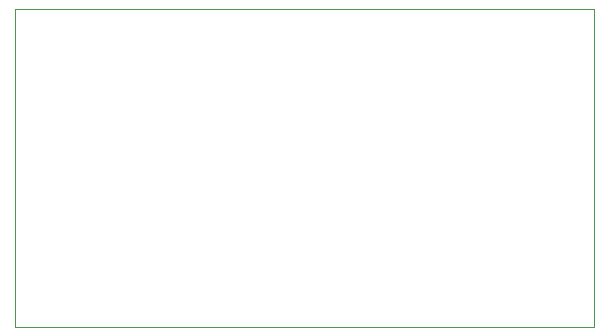
<source format=gm1>
%TF.GenerationSoftware,KiCad,Pcbnew,(6.0.2)*%
%TF.CreationDate,2022-02-22T17:34:30+01:00*%
%TF.ProjectId,temp_hotspot_detector,74656d70-5f68-46f7-9473-706f745f6465,rev?*%
%TF.SameCoordinates,Original*%
%TF.FileFunction,Profile,NP*%
%FSLAX46Y46*%
G04 Gerber Fmt 4.6, Leading zero omitted, Abs format (unit mm)*
G04 Created by KiCad (PCBNEW (6.0.2)) date 2022-02-22 17:34:30*
%MOMM*%
%LPD*%
G01*
G04 APERTURE LIST*
%TA.AperFunction,Profile*%
%ADD10C,0.100000*%
%TD*%
G04 APERTURE END LIST*
D10*
X29700000Y-50000000D02*
X78700000Y-50000000D01*
X78700000Y-50000000D02*
X78700000Y-77000000D01*
X78700000Y-77000000D02*
X29700000Y-77000000D01*
X29700000Y-77000000D02*
X29700000Y-50000000D01*
M02*

</source>
